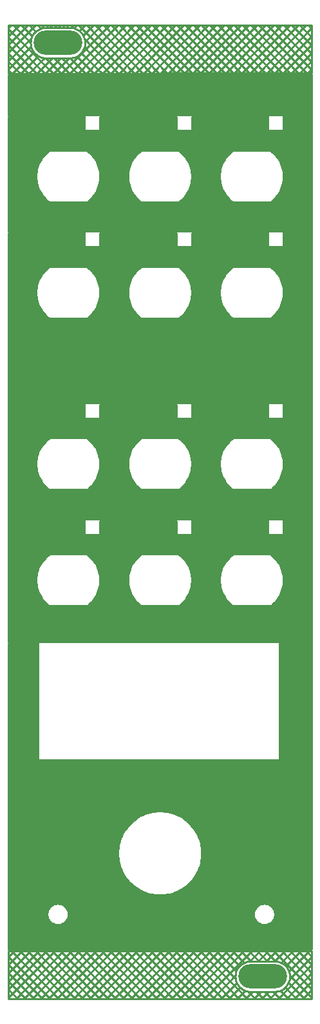
<source format=gbl>
G04 Layer: BottomLayer*
G04 EasyEDA v6.5.34, 2023-10-02 19:34:43*
G04 64a6683610fa45038fb05069313a4abf,5a6b42c53f6a479593ecc07194224c93,10*
G04 Gerber Generator version 0.2*
G04 Scale: 100 percent, Rotated: No, Reflected: No *
G04 Dimensions in millimeters *
G04 leading zeros omitted , absolute positions ,4 integer and 5 decimal *
%FSLAX45Y45*%
%MOMM*%

%ADD10C,0.2540*%
%ADD11O,6.4000126X3.1999936*%

%LPD*%
G36*
X36068Y673100D02*
G01*
X32156Y673862D01*
X28905Y676097D01*
X26670Y679348D01*
X25908Y683260D01*
X25908Y4688840D01*
X26670Y4692751D01*
X28905Y4696002D01*
X32156Y4698238D01*
X36068Y4699000D01*
X32156Y4699762D01*
X28905Y4701997D01*
X26670Y4705248D01*
X25908Y4709160D01*
X25908Y6301740D01*
X26670Y6305651D01*
X28905Y6308902D01*
X32156Y6311138D01*
X36068Y6311900D01*
X32156Y6312662D01*
X28905Y6314897D01*
X26670Y6318148D01*
X25908Y6322060D01*
X25908Y7825740D01*
X26670Y7829651D01*
X28905Y7832902D01*
X32156Y7835138D01*
X36068Y7835900D01*
X32156Y7836662D01*
X28905Y7838897D01*
X26670Y7842148D01*
X25908Y7846059D01*
X25908Y10073640D01*
X26670Y10077551D01*
X28905Y10080802D01*
X32156Y10083038D01*
X36068Y10083800D01*
X32156Y10084562D01*
X28905Y10086797D01*
X26670Y10090048D01*
X25908Y10093960D01*
X25908Y11597640D01*
X26670Y11601551D01*
X28905Y11604802D01*
X32156Y11607038D01*
X36068Y11607800D01*
X32156Y11608562D01*
X28905Y11610797D01*
X26670Y11614048D01*
X25908Y11617960D01*
X25908Y12143841D01*
X26670Y12147753D01*
X28854Y12151004D01*
X32156Y12153239D01*
X36017Y12154001D01*
X4027881Y12166498D01*
X4031792Y12165736D01*
X4035094Y12163501D01*
X4037329Y12160199D01*
X4038092Y12156338D01*
X4038092Y683260D01*
X4037329Y679348D01*
X4035094Y676097D01*
X4031843Y673862D01*
X4027932Y673100D01*
G37*

%LPC*%
G36*
X2261616Y11430000D02*
G01*
X2437384Y11430000D01*
X2438400Y11431016D01*
X2438400Y11597640D01*
X2439162Y11601551D01*
X2441397Y11604802D01*
X2444648Y11607038D01*
X2448560Y11607800D01*
X2250440Y11607800D01*
X2254351Y11607038D01*
X2257602Y11604802D01*
X2259838Y11601551D01*
X2260600Y11597640D01*
X2260600Y11431016D01*
G37*
G36*
X688594Y1017117D02*
G01*
X703783Y1018032D01*
X718718Y1020775D01*
X733247Y1025296D01*
X747115Y1031544D01*
X760120Y1039418D01*
X772058Y1048766D01*
X782828Y1059535D01*
X792175Y1071473D01*
X800049Y1084478D01*
X806297Y1098346D01*
X810818Y1112875D01*
X813562Y1127810D01*
X814476Y1143000D01*
X813562Y1158189D01*
X810818Y1173124D01*
X806297Y1187653D01*
X800049Y1201521D01*
X792175Y1214526D01*
X782828Y1226464D01*
X772058Y1237234D01*
X760120Y1246581D01*
X747115Y1254455D01*
X733247Y1260703D01*
X718718Y1265224D01*
X703783Y1267968D01*
X688594Y1268882D01*
X673404Y1267968D01*
X658469Y1265224D01*
X643940Y1260703D01*
X630072Y1254455D01*
X617067Y1246581D01*
X605129Y1237234D01*
X594360Y1226464D01*
X585012Y1214526D01*
X577138Y1201521D01*
X570890Y1187653D01*
X566369Y1173124D01*
X563626Y1158189D01*
X562711Y1143000D01*
X563626Y1127810D01*
X566369Y1112875D01*
X570890Y1098346D01*
X577138Y1084478D01*
X585012Y1071473D01*
X594360Y1059535D01*
X605129Y1048766D01*
X617067Y1039418D01*
X630072Y1031544D01*
X643940Y1025296D01*
X658469Y1020775D01*
X673404Y1018032D01*
G37*
G36*
X2032000Y1404518D02*
G01*
X2064512Y1405483D01*
X2096922Y1408430D01*
X2129078Y1413306D01*
X2160879Y1420164D01*
X2192223Y1428902D01*
X2223008Y1439519D01*
X2253030Y1451965D01*
X2282291Y1466189D01*
X2310638Y1482191D01*
X2337968Y1499819D01*
X2364181Y1519123D01*
X2389174Y1539951D01*
X2412847Y1562252D01*
X2435148Y1585925D01*
X2455976Y1610918D01*
X2475280Y1637131D01*
X2492908Y1664462D01*
X2508910Y1692808D01*
X2523134Y1722069D01*
X2535580Y1752092D01*
X2546197Y1782876D01*
X2554935Y1814220D01*
X2561793Y1846021D01*
X2566670Y1878177D01*
X2569616Y1910588D01*
X2570581Y1943100D01*
X2569616Y1975612D01*
X2566670Y2008022D01*
X2561793Y2040178D01*
X2554935Y2071979D01*
X2546197Y2103323D01*
X2535580Y2134108D01*
X2523134Y2164130D01*
X2508910Y2193391D01*
X2492908Y2221738D01*
X2475280Y2249068D01*
X2455976Y2275281D01*
X2435148Y2300274D01*
X2412847Y2323947D01*
X2389174Y2346248D01*
X2364181Y2367076D01*
X2337968Y2386380D01*
X2310638Y2404008D01*
X2282291Y2420010D01*
X2253030Y2434234D01*
X2223008Y2446680D01*
X2192223Y2457297D01*
X2160879Y2466035D01*
X2129078Y2472893D01*
X2096922Y2477770D01*
X2064512Y2480716D01*
X2032000Y2481681D01*
X1999488Y2480716D01*
X1967077Y2477770D01*
X1934921Y2472893D01*
X1903120Y2466035D01*
X1871776Y2457297D01*
X1840992Y2446680D01*
X1810969Y2434234D01*
X1781708Y2420010D01*
X1753362Y2404008D01*
X1726031Y2386380D01*
X1699818Y2367076D01*
X1674825Y2346248D01*
X1651152Y2323947D01*
X1628851Y2300274D01*
X1608023Y2275281D01*
X1588719Y2249068D01*
X1571091Y2221738D01*
X1555089Y2193391D01*
X1540865Y2164130D01*
X1528419Y2134108D01*
X1517802Y2103323D01*
X1509064Y2071979D01*
X1502206Y2040178D01*
X1497330Y2008022D01*
X1494383Y1975612D01*
X1493418Y1943100D01*
X1494383Y1910588D01*
X1497330Y1878177D01*
X1502206Y1846021D01*
X1509064Y1814220D01*
X1517802Y1782876D01*
X1528419Y1752092D01*
X1540865Y1722069D01*
X1555089Y1692808D01*
X1571091Y1664462D01*
X1588719Y1637131D01*
X1608023Y1610918D01*
X1628851Y1585925D01*
X1651152Y1562252D01*
X1674825Y1539951D01*
X1699818Y1519123D01*
X1726031Y1499819D01*
X1753362Y1482191D01*
X1781708Y1466189D01*
X1810969Y1451965D01*
X1840992Y1439519D01*
X1871776Y1428902D01*
X1903120Y1420164D01*
X1934921Y1413306D01*
X1967077Y1408430D01*
X1999488Y1405483D01*
G37*
G36*
X445516Y3175000D02*
G01*
X3593084Y3175000D01*
X3594100Y3176016D01*
X3594100Y4697984D01*
X3593084Y4699000D01*
X434340Y4699000D01*
X438251Y4698238D01*
X441502Y4696002D01*
X443738Y4692751D01*
X444500Y4688840D01*
X444500Y3176016D01*
X444652Y3175152D01*
G37*
G36*
X591566Y5198567D02*
G01*
X1059434Y5198567D01*
X1065733Y5199329D01*
X1071219Y5201208D01*
X1076045Y5204256D01*
X1081938Y5210200D01*
X1097229Y5223052D01*
X1117600Y5242763D01*
X1136548Y5263794D01*
X1153922Y5286146D01*
X1169771Y5309616D01*
X1183894Y5334152D01*
X1196289Y5359603D01*
X1206906Y5385866D01*
X1215644Y5412841D01*
X1222451Y5440324D01*
X1227378Y5468213D01*
X1230325Y5496356D01*
X1231290Y5524652D01*
X1230325Y5552948D01*
X1227328Y5581142D01*
X1222400Y5609031D01*
X1215542Y5636514D01*
X1206804Y5663438D01*
X1196187Y5689650D01*
X1183741Y5715101D01*
X1169568Y5739638D01*
X1153769Y5763107D01*
X1136294Y5785459D01*
X1117346Y5806490D01*
X1096975Y5826150D01*
X1081176Y5839460D01*
X1076045Y5844743D01*
X1071219Y5847791D01*
X1065733Y5849670D01*
X1059434Y5850382D01*
X591566Y5850382D01*
X585266Y5849670D01*
X579780Y5847791D01*
X574903Y5844692D01*
X569315Y5839155D01*
X553821Y5826150D01*
X533450Y5806490D01*
X514502Y5785459D01*
X497027Y5763107D01*
X481228Y5739638D01*
X467055Y5715101D01*
X454609Y5689650D01*
X443992Y5663438D01*
X435254Y5636514D01*
X428396Y5609031D01*
X423468Y5581142D01*
X420522Y5552948D01*
X419506Y5524652D01*
X420471Y5496356D01*
X423418Y5468213D01*
X428345Y5440324D01*
X435152Y5412841D01*
X443890Y5385866D01*
X454507Y5359603D01*
X466902Y5334152D01*
X481025Y5309616D01*
X496874Y5286146D01*
X514299Y5263794D01*
X533196Y5242763D01*
X553567Y5223052D01*
X569976Y5209184D01*
X574903Y5204307D01*
X579780Y5201208D01*
X585266Y5199329D01*
G37*
G36*
X1798066Y5198567D02*
G01*
X2265934Y5198567D01*
X2272233Y5199329D01*
X2277719Y5201208D01*
X2282545Y5204256D01*
X2288438Y5210200D01*
X2303729Y5223052D01*
X2324100Y5242763D01*
X2343048Y5263794D01*
X2360422Y5286146D01*
X2376271Y5309616D01*
X2390394Y5334152D01*
X2402789Y5359603D01*
X2413406Y5385866D01*
X2422144Y5412841D01*
X2428951Y5440324D01*
X2433878Y5468213D01*
X2436825Y5496356D01*
X2437790Y5524652D01*
X2436825Y5552948D01*
X2433828Y5581142D01*
X2428900Y5609031D01*
X2422042Y5636514D01*
X2413304Y5663438D01*
X2402687Y5689650D01*
X2390241Y5715101D01*
X2376068Y5739638D01*
X2360269Y5763107D01*
X2342794Y5785459D01*
X2323846Y5806490D01*
X2303475Y5826150D01*
X2287676Y5839460D01*
X2282545Y5844743D01*
X2277719Y5847791D01*
X2272233Y5849670D01*
X2265934Y5850382D01*
X1798066Y5850382D01*
X1791766Y5849670D01*
X1786280Y5847791D01*
X1781403Y5844692D01*
X1775815Y5839155D01*
X1760321Y5826150D01*
X1739950Y5806490D01*
X1721002Y5785459D01*
X1703527Y5763107D01*
X1687728Y5739638D01*
X1673555Y5715101D01*
X1661109Y5689650D01*
X1650492Y5663438D01*
X1641754Y5636514D01*
X1634896Y5609031D01*
X1629968Y5581142D01*
X1627022Y5552948D01*
X1626006Y5524652D01*
X1626971Y5496356D01*
X1629918Y5468213D01*
X1634845Y5440324D01*
X1641652Y5412841D01*
X1650390Y5385866D01*
X1661007Y5359603D01*
X1673402Y5334152D01*
X1687525Y5309616D01*
X1703374Y5286146D01*
X1720799Y5263794D01*
X1739696Y5242763D01*
X1760067Y5223052D01*
X1776475Y5209184D01*
X1781403Y5204307D01*
X1786280Y5201208D01*
X1791766Y5199329D01*
G37*
G36*
X3004566Y5198567D02*
G01*
X3472434Y5198567D01*
X3478733Y5199329D01*
X3484219Y5201208D01*
X3489045Y5204256D01*
X3494938Y5210200D01*
X3510229Y5223052D01*
X3530600Y5242763D01*
X3549548Y5263794D01*
X3566922Y5286146D01*
X3582771Y5309616D01*
X3596894Y5334152D01*
X3609289Y5359603D01*
X3619906Y5385866D01*
X3628644Y5412841D01*
X3635451Y5440324D01*
X3640378Y5468213D01*
X3643325Y5496356D01*
X3644290Y5524652D01*
X3643325Y5552948D01*
X3640328Y5581142D01*
X3635400Y5609031D01*
X3628542Y5636514D01*
X3619804Y5663438D01*
X3609187Y5689650D01*
X3596741Y5715101D01*
X3582568Y5739638D01*
X3566769Y5763107D01*
X3549294Y5785459D01*
X3530346Y5806490D01*
X3509975Y5826150D01*
X3494176Y5839460D01*
X3489045Y5844743D01*
X3484219Y5847791D01*
X3478733Y5849670D01*
X3472434Y5850382D01*
X3004566Y5850382D01*
X2998266Y5849670D01*
X2992780Y5847791D01*
X2987903Y5844692D01*
X2982315Y5839155D01*
X2966821Y5826150D01*
X2946450Y5806490D01*
X2927502Y5785459D01*
X2910027Y5763107D01*
X2894228Y5739638D01*
X2880055Y5715101D01*
X2867609Y5689650D01*
X2856992Y5663438D01*
X2848254Y5636514D01*
X2841396Y5609031D01*
X2836468Y5581142D01*
X2833522Y5552948D01*
X2832506Y5524652D01*
X2833471Y5496356D01*
X2836418Y5468213D01*
X2841345Y5440324D01*
X2848152Y5412841D01*
X2856890Y5385866D01*
X2867507Y5359603D01*
X2879902Y5334152D01*
X2894025Y5309616D01*
X2909874Y5286146D01*
X2927299Y5263794D01*
X2946196Y5242763D01*
X2966567Y5223052D01*
X2982976Y5209184D01*
X2987903Y5204307D01*
X2992780Y5201208D01*
X2998266Y5199329D01*
G37*
G36*
X3468115Y6134100D02*
G01*
X3643884Y6134100D01*
X3644900Y6135116D01*
X3644900Y6310884D01*
X3643884Y6311900D01*
X3456940Y6311900D01*
X3460851Y6311138D01*
X3464102Y6308902D01*
X3466337Y6305651D01*
X3467100Y6301740D01*
X3467100Y6135116D01*
X3467252Y6134252D01*
G37*
G36*
X2261616Y6134100D02*
G01*
X2437384Y6134100D01*
X2438400Y6135116D01*
X2438400Y6301740D01*
X2439162Y6305651D01*
X2441397Y6308902D01*
X2444648Y6311138D01*
X2448560Y6311900D01*
X2250440Y6311900D01*
X2254351Y6311138D01*
X2257602Y6308902D01*
X2259838Y6305651D01*
X2260600Y6301740D01*
X2260600Y6135116D01*
G37*
G36*
X1055116Y6134100D02*
G01*
X1230884Y6134100D01*
X1231900Y6135116D01*
X1231900Y6301740D01*
X1232662Y6305651D01*
X1234897Y6308902D01*
X1238148Y6311138D01*
X1242060Y6311900D01*
X1043940Y6311900D01*
X1047851Y6311138D01*
X1051102Y6308902D01*
X1053338Y6305651D01*
X1054100Y6301740D01*
X1054100Y6135116D01*
X1054252Y6134252D01*
G37*
G36*
X591566Y6722567D02*
G01*
X1059434Y6722567D01*
X1065733Y6723329D01*
X1071219Y6725208D01*
X1076045Y6728256D01*
X1081938Y6734200D01*
X1097229Y6747052D01*
X1117600Y6766763D01*
X1136548Y6787794D01*
X1153922Y6810146D01*
X1169771Y6833616D01*
X1183894Y6858152D01*
X1196289Y6883603D01*
X1206906Y6909866D01*
X1215644Y6936841D01*
X1222451Y6964324D01*
X1227378Y6992213D01*
X1230325Y7020356D01*
X1231290Y7048652D01*
X1230325Y7076948D01*
X1227328Y7105142D01*
X1222400Y7133031D01*
X1215542Y7160514D01*
X1206804Y7187438D01*
X1196187Y7213650D01*
X1183741Y7239101D01*
X1169568Y7263638D01*
X1153769Y7287107D01*
X1136294Y7309459D01*
X1117346Y7330490D01*
X1096975Y7350150D01*
X1081176Y7363459D01*
X1076045Y7368743D01*
X1071219Y7371791D01*
X1065733Y7373670D01*
X1059434Y7374381D01*
X591566Y7374381D01*
X585266Y7373670D01*
X579780Y7371791D01*
X574903Y7368692D01*
X569315Y7363155D01*
X553821Y7350150D01*
X533450Y7330490D01*
X514502Y7309459D01*
X497027Y7287107D01*
X481228Y7263638D01*
X467055Y7239101D01*
X454609Y7213650D01*
X443992Y7187438D01*
X435254Y7160514D01*
X428396Y7133031D01*
X423468Y7105142D01*
X420522Y7076948D01*
X419506Y7048652D01*
X420471Y7020356D01*
X423418Y6992213D01*
X428345Y6964324D01*
X435152Y6936841D01*
X443890Y6909866D01*
X454507Y6883603D01*
X466902Y6858152D01*
X481025Y6833616D01*
X496874Y6810146D01*
X514299Y6787794D01*
X533196Y6766763D01*
X553567Y6747052D01*
X569976Y6733184D01*
X574903Y6728307D01*
X579780Y6725208D01*
X585266Y6723329D01*
G37*
G36*
X3004566Y6722567D02*
G01*
X3472434Y6722567D01*
X3478733Y6723329D01*
X3484219Y6725208D01*
X3489045Y6728256D01*
X3494938Y6734200D01*
X3510229Y6747052D01*
X3530600Y6766763D01*
X3549548Y6787794D01*
X3566922Y6810146D01*
X3582771Y6833616D01*
X3596894Y6858152D01*
X3609289Y6883603D01*
X3619906Y6909866D01*
X3628644Y6936841D01*
X3635451Y6964324D01*
X3640378Y6992213D01*
X3643325Y7020356D01*
X3644290Y7048652D01*
X3643325Y7076948D01*
X3640328Y7105142D01*
X3635400Y7133031D01*
X3628542Y7160514D01*
X3619804Y7187438D01*
X3609187Y7213650D01*
X3596741Y7239101D01*
X3582568Y7263638D01*
X3566769Y7287107D01*
X3549294Y7309459D01*
X3530346Y7330490D01*
X3509975Y7350150D01*
X3494176Y7363459D01*
X3489045Y7368743D01*
X3484219Y7371791D01*
X3478733Y7373670D01*
X3472434Y7374381D01*
X3004566Y7374381D01*
X2998266Y7373670D01*
X2992780Y7371791D01*
X2987903Y7368692D01*
X2982315Y7363155D01*
X2966821Y7350150D01*
X2946450Y7330490D01*
X2927502Y7309459D01*
X2910027Y7287107D01*
X2894228Y7263638D01*
X2880055Y7239101D01*
X2867609Y7213650D01*
X2856992Y7187438D01*
X2848254Y7160514D01*
X2841396Y7133031D01*
X2836468Y7105142D01*
X2833522Y7076948D01*
X2832506Y7048652D01*
X2833471Y7020356D01*
X2836418Y6992213D01*
X2841345Y6964324D01*
X2848152Y6936841D01*
X2856890Y6909866D01*
X2867507Y6883603D01*
X2879902Y6858152D01*
X2894025Y6833616D01*
X2909874Y6810146D01*
X2927299Y6787794D01*
X2946196Y6766763D01*
X2966567Y6747052D01*
X2982976Y6733184D01*
X2987903Y6728307D01*
X2992780Y6725208D01*
X2998266Y6723329D01*
G37*
G36*
X1798066Y6722567D02*
G01*
X2265934Y6722567D01*
X2272233Y6723329D01*
X2277719Y6725208D01*
X2282545Y6728256D01*
X2288438Y6734200D01*
X2303729Y6747052D01*
X2324100Y6766763D01*
X2343048Y6787794D01*
X2360422Y6810146D01*
X2376271Y6833616D01*
X2390394Y6858152D01*
X2402789Y6883603D01*
X2413406Y6909866D01*
X2422144Y6936841D01*
X2428951Y6964324D01*
X2433878Y6992213D01*
X2436825Y7020356D01*
X2437790Y7048652D01*
X2436825Y7076948D01*
X2433828Y7105142D01*
X2428900Y7133031D01*
X2422042Y7160514D01*
X2413304Y7187438D01*
X2402687Y7213650D01*
X2390241Y7239101D01*
X2376068Y7263638D01*
X2360269Y7287107D01*
X2342794Y7309459D01*
X2323846Y7330490D01*
X2303475Y7350150D01*
X2287676Y7363459D01*
X2282545Y7368743D01*
X2277719Y7371791D01*
X2272233Y7373670D01*
X2265934Y7374381D01*
X1798066Y7374381D01*
X1791766Y7373670D01*
X1786280Y7371791D01*
X1781403Y7368692D01*
X1775815Y7363155D01*
X1760321Y7350150D01*
X1739950Y7330490D01*
X1721002Y7309459D01*
X1703527Y7287107D01*
X1687728Y7263638D01*
X1673555Y7239101D01*
X1661109Y7213650D01*
X1650492Y7187438D01*
X1641754Y7160514D01*
X1634896Y7133031D01*
X1629968Y7105142D01*
X1627022Y7076948D01*
X1626006Y7048652D01*
X1626971Y7020356D01*
X1629918Y6992213D01*
X1634845Y6964324D01*
X1641652Y6936841D01*
X1650390Y6909866D01*
X1661007Y6883603D01*
X1673402Y6858152D01*
X1687525Y6833616D01*
X1703374Y6810146D01*
X1720799Y6787794D01*
X1739696Y6766763D01*
X1760067Y6747052D01*
X1776475Y6733184D01*
X1781403Y6728307D01*
X1786280Y6725208D01*
X1791766Y6723329D01*
G37*
G36*
X3403600Y1017117D02*
G01*
X3418789Y1018032D01*
X3433724Y1020775D01*
X3448253Y1025296D01*
X3462121Y1031544D01*
X3475126Y1039418D01*
X3487064Y1048766D01*
X3497834Y1059535D01*
X3507181Y1071473D01*
X3515055Y1084478D01*
X3521303Y1098346D01*
X3525824Y1112875D01*
X3528568Y1127810D01*
X3529482Y1143000D01*
X3528568Y1158189D01*
X3525824Y1173124D01*
X3521303Y1187653D01*
X3515055Y1201521D01*
X3507181Y1214526D01*
X3497834Y1226464D01*
X3487064Y1237234D01*
X3475126Y1246581D01*
X3462121Y1254455D01*
X3448253Y1260703D01*
X3433724Y1265224D01*
X3418789Y1267968D01*
X3403600Y1268882D01*
X3388410Y1267968D01*
X3373475Y1265224D01*
X3358946Y1260703D01*
X3345078Y1254455D01*
X3332073Y1246581D01*
X3320135Y1237234D01*
X3309365Y1226464D01*
X3300018Y1214526D01*
X3292144Y1201521D01*
X3285896Y1187653D01*
X3281375Y1173124D01*
X3278632Y1158189D01*
X3277717Y1143000D01*
X3278632Y1127810D01*
X3281375Y1112875D01*
X3285896Y1098346D01*
X3292144Y1084478D01*
X3300018Y1071473D01*
X3309365Y1059535D01*
X3320135Y1048766D01*
X3332073Y1039418D01*
X3345078Y1031544D01*
X3358946Y1025296D01*
X3373475Y1020775D01*
X3388410Y1018032D01*
G37*
G36*
X2261616Y7658100D02*
G01*
X2437384Y7658100D01*
X2438400Y7659116D01*
X2438400Y7825740D01*
X2439162Y7829651D01*
X2441397Y7832902D01*
X2444648Y7835138D01*
X2448560Y7835900D01*
X2250440Y7835900D01*
X2254351Y7835138D01*
X2257602Y7832902D01*
X2259838Y7829651D01*
X2260600Y7825740D01*
X2260600Y7659116D01*
G37*
G36*
X1055116Y7658100D02*
G01*
X1230884Y7658100D01*
X1231900Y7659116D01*
X1231900Y7825740D01*
X1232662Y7829651D01*
X1234897Y7832902D01*
X1238148Y7835138D01*
X1242060Y7835900D01*
X1043940Y7835900D01*
X1047851Y7835138D01*
X1051102Y7832902D01*
X1053338Y7829651D01*
X1054100Y7825740D01*
X1054100Y7659116D01*
X1054252Y7658252D01*
G37*
G36*
X591566Y8970467D02*
G01*
X1059434Y8970467D01*
X1065733Y8971229D01*
X1071219Y8973108D01*
X1076045Y8976156D01*
X1081938Y8982100D01*
X1097229Y8994952D01*
X1117600Y9014663D01*
X1136548Y9035694D01*
X1153922Y9058046D01*
X1169771Y9081516D01*
X1183894Y9106052D01*
X1196289Y9131503D01*
X1206906Y9157766D01*
X1215644Y9184741D01*
X1222451Y9212224D01*
X1227378Y9240113D01*
X1230325Y9268256D01*
X1231290Y9296552D01*
X1230325Y9324848D01*
X1227328Y9353042D01*
X1222400Y9380931D01*
X1215542Y9408414D01*
X1206804Y9435338D01*
X1196187Y9461550D01*
X1183741Y9487001D01*
X1169568Y9511538D01*
X1153769Y9535007D01*
X1136294Y9557359D01*
X1117346Y9578390D01*
X1096975Y9598050D01*
X1081176Y9611360D01*
X1076045Y9616643D01*
X1071219Y9619691D01*
X1065733Y9621570D01*
X1059434Y9622282D01*
X591566Y9622282D01*
X585266Y9621570D01*
X579780Y9619691D01*
X574903Y9616592D01*
X569315Y9611055D01*
X553821Y9598050D01*
X533450Y9578390D01*
X514502Y9557359D01*
X497027Y9535007D01*
X481228Y9511538D01*
X467055Y9487001D01*
X454609Y9461550D01*
X443992Y9435338D01*
X435254Y9408414D01*
X428396Y9380931D01*
X423468Y9353042D01*
X420522Y9324848D01*
X419506Y9296552D01*
X420471Y9268256D01*
X423418Y9240113D01*
X428345Y9212224D01*
X435152Y9184741D01*
X443890Y9157766D01*
X454507Y9131503D01*
X466902Y9106052D01*
X481025Y9081516D01*
X496874Y9058046D01*
X514299Y9035694D01*
X533196Y9014663D01*
X553567Y8994952D01*
X569976Y8981084D01*
X574903Y8976207D01*
X579780Y8973108D01*
X585266Y8971229D01*
G37*
G36*
X1798066Y8970467D02*
G01*
X2265934Y8970467D01*
X2272233Y8971229D01*
X2277719Y8973108D01*
X2282545Y8976156D01*
X2288438Y8982100D01*
X2303729Y8994952D01*
X2324100Y9014663D01*
X2343048Y9035694D01*
X2360422Y9058046D01*
X2376271Y9081516D01*
X2390394Y9106052D01*
X2402789Y9131503D01*
X2413406Y9157766D01*
X2422144Y9184741D01*
X2428951Y9212224D01*
X2433878Y9240113D01*
X2436825Y9268256D01*
X2437790Y9296552D01*
X2436825Y9324848D01*
X2433828Y9353042D01*
X2428900Y9380931D01*
X2422042Y9408414D01*
X2413304Y9435338D01*
X2402687Y9461550D01*
X2390241Y9487001D01*
X2376068Y9511538D01*
X2360269Y9535007D01*
X2342794Y9557359D01*
X2323846Y9578390D01*
X2303475Y9598050D01*
X2287676Y9611360D01*
X2282545Y9616643D01*
X2277719Y9619691D01*
X2272233Y9621570D01*
X2265934Y9622282D01*
X1798066Y9622282D01*
X1791766Y9621570D01*
X1786280Y9619691D01*
X1781403Y9616592D01*
X1775815Y9611055D01*
X1760321Y9598050D01*
X1739950Y9578390D01*
X1721002Y9557359D01*
X1703527Y9535007D01*
X1687728Y9511538D01*
X1673555Y9487001D01*
X1661109Y9461550D01*
X1650492Y9435338D01*
X1641754Y9408414D01*
X1634896Y9380931D01*
X1629968Y9353042D01*
X1627022Y9324848D01*
X1626006Y9296552D01*
X1626971Y9268256D01*
X1629918Y9240113D01*
X1634845Y9212224D01*
X1641652Y9184741D01*
X1650390Y9157766D01*
X1661007Y9131503D01*
X1673402Y9106052D01*
X1687525Y9081516D01*
X1703374Y9058046D01*
X1720799Y9035694D01*
X1739696Y9014663D01*
X1760067Y8994952D01*
X1776475Y8981084D01*
X1781403Y8976207D01*
X1786280Y8973108D01*
X1791766Y8971229D01*
G37*
G36*
X3004566Y8970467D02*
G01*
X3472434Y8970467D01*
X3478733Y8971229D01*
X3484219Y8973108D01*
X3489045Y8976156D01*
X3494938Y8982100D01*
X3510229Y8994952D01*
X3530600Y9014663D01*
X3549548Y9035694D01*
X3566922Y9058046D01*
X3582771Y9081516D01*
X3596894Y9106052D01*
X3609289Y9131503D01*
X3619906Y9157766D01*
X3628644Y9184741D01*
X3635451Y9212224D01*
X3640378Y9240113D01*
X3643325Y9268256D01*
X3644290Y9296552D01*
X3643325Y9324848D01*
X3640328Y9353042D01*
X3635400Y9380931D01*
X3628542Y9408414D01*
X3619804Y9435338D01*
X3609187Y9461550D01*
X3596741Y9487001D01*
X3582568Y9511538D01*
X3566769Y9535007D01*
X3549294Y9557359D01*
X3530346Y9578390D01*
X3509975Y9598050D01*
X3494176Y9611360D01*
X3489045Y9616643D01*
X3484219Y9619691D01*
X3478733Y9621570D01*
X3472434Y9622282D01*
X3004566Y9622282D01*
X2998266Y9621570D01*
X2992780Y9619691D01*
X2987903Y9616592D01*
X2982315Y9611055D01*
X2966821Y9598050D01*
X2946450Y9578390D01*
X2927502Y9557359D01*
X2910027Y9535007D01*
X2894228Y9511538D01*
X2880055Y9487001D01*
X2867609Y9461550D01*
X2856992Y9435338D01*
X2848254Y9408414D01*
X2841396Y9380931D01*
X2836468Y9353042D01*
X2833522Y9324848D01*
X2832506Y9296552D01*
X2833471Y9268256D01*
X2836418Y9240113D01*
X2841345Y9212224D01*
X2848152Y9184741D01*
X2856890Y9157766D01*
X2867507Y9131503D01*
X2879902Y9106052D01*
X2894025Y9081516D01*
X2909874Y9058046D01*
X2927299Y9035694D01*
X2946196Y9014663D01*
X2966567Y8994952D01*
X2982976Y8981084D01*
X2987903Y8976207D01*
X2992780Y8973108D01*
X2998266Y8971229D01*
G37*
G36*
X3468115Y9906000D02*
G01*
X3643884Y9906000D01*
X3644900Y9907016D01*
X3644900Y10082784D01*
X3643884Y10083800D01*
X3456940Y10083800D01*
X3460851Y10083038D01*
X3464102Y10080802D01*
X3466337Y10077551D01*
X3467100Y10073640D01*
X3467100Y9907016D01*
G37*
G36*
X2261616Y9906000D02*
G01*
X2437384Y9906000D01*
X2438400Y9907016D01*
X2438400Y10073640D01*
X2439162Y10077551D01*
X2441397Y10080802D01*
X2444648Y10083038D01*
X2448560Y10083800D01*
X2250440Y10083800D01*
X2254351Y10083038D01*
X2257602Y10080802D01*
X2259838Y10077551D01*
X2260600Y10073640D01*
X2260600Y9907016D01*
X2260752Y9906152D01*
G37*
G36*
X1055116Y9906000D02*
G01*
X1230884Y9906000D01*
X1231900Y9907016D01*
X1231900Y10073640D01*
X1232662Y10077551D01*
X1234897Y10080802D01*
X1238148Y10083038D01*
X1242060Y10083800D01*
X1043940Y10083800D01*
X1047851Y10083038D01*
X1051102Y10080802D01*
X1053338Y10077551D01*
X1054100Y10073640D01*
X1054100Y9907016D01*
X1054252Y9906152D01*
G37*
G36*
X591566Y10494467D02*
G01*
X1059434Y10494467D01*
X1065733Y10495229D01*
X1071219Y10497108D01*
X1076045Y10500156D01*
X1081938Y10506100D01*
X1097229Y10518952D01*
X1117600Y10538663D01*
X1136548Y10559694D01*
X1153922Y10582046D01*
X1169771Y10605516D01*
X1183894Y10630052D01*
X1196289Y10655503D01*
X1206906Y10681766D01*
X1215644Y10708741D01*
X1222451Y10736224D01*
X1227378Y10764113D01*
X1230325Y10792256D01*
X1231290Y10820552D01*
X1230325Y10848848D01*
X1227328Y10877042D01*
X1222400Y10904931D01*
X1215542Y10932414D01*
X1206804Y10959338D01*
X1196187Y10985550D01*
X1183741Y11011001D01*
X1169568Y11035538D01*
X1153769Y11059007D01*
X1136294Y11081359D01*
X1117346Y11102390D01*
X1096975Y11122050D01*
X1081176Y11135360D01*
X1076045Y11140643D01*
X1071219Y11143691D01*
X1065733Y11145570D01*
X1059434Y11146282D01*
X591566Y11146282D01*
X585266Y11145570D01*
X579780Y11143691D01*
X574903Y11140592D01*
X569315Y11135055D01*
X553821Y11122050D01*
X533450Y11102390D01*
X514502Y11081359D01*
X497027Y11059007D01*
X481228Y11035538D01*
X467055Y11011001D01*
X454609Y10985550D01*
X443992Y10959338D01*
X435254Y10932414D01*
X428396Y10904931D01*
X423468Y10877042D01*
X420522Y10848848D01*
X419506Y10820552D01*
X420471Y10792256D01*
X423418Y10764113D01*
X428345Y10736224D01*
X435152Y10708741D01*
X443890Y10681766D01*
X454507Y10655503D01*
X466902Y10630052D01*
X481025Y10605516D01*
X496874Y10582046D01*
X514299Y10559694D01*
X533196Y10538663D01*
X553567Y10518952D01*
X569976Y10505084D01*
X574903Y10500207D01*
X579780Y10497108D01*
X585266Y10495229D01*
G37*
G36*
X3004566Y10494467D02*
G01*
X3472434Y10494467D01*
X3478733Y10495229D01*
X3484219Y10497108D01*
X3489045Y10500156D01*
X3494938Y10506100D01*
X3510229Y10518952D01*
X3530600Y10538663D01*
X3549548Y10559694D01*
X3566922Y10582046D01*
X3582771Y10605516D01*
X3596894Y10630052D01*
X3609289Y10655503D01*
X3619906Y10681766D01*
X3628644Y10708741D01*
X3635451Y10736224D01*
X3640378Y10764113D01*
X3643325Y10792256D01*
X3644290Y10820552D01*
X3643325Y10848848D01*
X3640328Y10877042D01*
X3635400Y10904931D01*
X3628542Y10932414D01*
X3619804Y10959338D01*
X3609187Y10985550D01*
X3596741Y11011001D01*
X3582568Y11035538D01*
X3566769Y11059007D01*
X3549294Y11081359D01*
X3530346Y11102390D01*
X3509975Y11122050D01*
X3494176Y11135360D01*
X3489045Y11140643D01*
X3484219Y11143691D01*
X3478733Y11145570D01*
X3472434Y11146282D01*
X3004566Y11146282D01*
X2998266Y11145570D01*
X2992780Y11143691D01*
X2987903Y11140592D01*
X2982315Y11135055D01*
X2966821Y11122050D01*
X2946450Y11102390D01*
X2927502Y11081359D01*
X2910027Y11059007D01*
X2894228Y11035538D01*
X2880055Y11011001D01*
X2867609Y10985550D01*
X2856992Y10959338D01*
X2848254Y10932414D01*
X2841396Y10904931D01*
X2836468Y10877042D01*
X2833522Y10848848D01*
X2832506Y10820552D01*
X2833471Y10792256D01*
X2836418Y10764113D01*
X2841345Y10736224D01*
X2848152Y10708741D01*
X2856890Y10681766D01*
X2867507Y10655503D01*
X2879902Y10630052D01*
X2894025Y10605516D01*
X2909874Y10582046D01*
X2927299Y10559694D01*
X2946196Y10538663D01*
X2966567Y10518952D01*
X2982976Y10505084D01*
X2987903Y10500207D01*
X2992780Y10497108D01*
X2998266Y10495229D01*
G37*
G36*
X1798066Y10494467D02*
G01*
X2265934Y10494467D01*
X2272233Y10495229D01*
X2277719Y10497108D01*
X2282545Y10500156D01*
X2288438Y10506100D01*
X2303729Y10518952D01*
X2324100Y10538663D01*
X2343048Y10559694D01*
X2360422Y10582046D01*
X2376271Y10605516D01*
X2390394Y10630052D01*
X2402789Y10655503D01*
X2413406Y10681766D01*
X2422144Y10708741D01*
X2428951Y10736224D01*
X2433878Y10764113D01*
X2436825Y10792256D01*
X2437790Y10820552D01*
X2436825Y10848848D01*
X2433828Y10877042D01*
X2428900Y10904931D01*
X2422042Y10932414D01*
X2413304Y10959338D01*
X2402687Y10985550D01*
X2390241Y11011001D01*
X2376068Y11035538D01*
X2360269Y11059007D01*
X2342794Y11081359D01*
X2323846Y11102390D01*
X2303475Y11122050D01*
X2287676Y11135360D01*
X2282545Y11140643D01*
X2277719Y11143691D01*
X2272233Y11145570D01*
X2265934Y11146282D01*
X1798066Y11146282D01*
X1791766Y11145570D01*
X1786280Y11143691D01*
X1781403Y11140592D01*
X1775815Y11135055D01*
X1760321Y11122050D01*
X1739950Y11102390D01*
X1721002Y11081359D01*
X1703527Y11059007D01*
X1687728Y11035538D01*
X1673555Y11011001D01*
X1661109Y10985550D01*
X1650492Y10959338D01*
X1641754Y10932414D01*
X1634896Y10904931D01*
X1629968Y10877042D01*
X1627022Y10848848D01*
X1626006Y10820552D01*
X1626971Y10792256D01*
X1629918Y10764113D01*
X1634845Y10736224D01*
X1641652Y10708741D01*
X1650390Y10681766D01*
X1661007Y10655503D01*
X1673402Y10630052D01*
X1687525Y10605516D01*
X1703374Y10582046D01*
X1720799Y10559694D01*
X1739696Y10538663D01*
X1760067Y10518952D01*
X1776475Y10505084D01*
X1781403Y10500207D01*
X1786280Y10497108D01*
X1791766Y10495229D01*
G37*
G36*
X3468115Y11430000D02*
G01*
X3643884Y11430000D01*
X3644900Y11431016D01*
X3644900Y11606784D01*
X3643884Y11607800D01*
X3456940Y11607800D01*
X3460851Y11607038D01*
X3464102Y11604802D01*
X3466337Y11601551D01*
X3467100Y11597640D01*
X3467100Y11431016D01*
X3467252Y11430152D01*
G37*
G36*
X1055116Y11430000D02*
G01*
X1230884Y11430000D01*
X1231900Y11431016D01*
X1231900Y11597640D01*
X1232662Y11601551D01*
X1234897Y11604802D01*
X1238148Y11607038D01*
X1242060Y11607800D01*
X1043940Y11607800D01*
X1047851Y11607038D01*
X1051102Y11604802D01*
X1053338Y11601551D01*
X1054100Y11597640D01*
X1054100Y11431016D01*
G37*
G36*
X3468115Y7658100D02*
G01*
X3643884Y7658100D01*
X3644900Y7659116D01*
X3644900Y7834884D01*
X3643884Y7835900D01*
X3456940Y7835900D01*
X3460851Y7835138D01*
X3464102Y7832902D01*
X3466337Y7829651D01*
X3467100Y7825740D01*
X3467100Y7659116D01*
X3467252Y7658252D01*
G37*

%LPD*%
D10*
X3962400Y655393D02*
G01*
X3962400Y718893D01*
X4000500Y12128500D02*
G01*
X4000500Y12192000D01*
X4025138Y12179432D02*
G01*
X38862Y12166975D01*
X38862Y12166975D02*
G01*
X38862Y12800837D01*
X38862Y12800837D02*
G01*
X4025138Y12800837D01*
X4025138Y12800837D02*
G01*
X4025138Y12179432D01*
X372076Y12446843D02*
G01*
X385182Y12432383D01*
X385182Y12432383D02*
G01*
X399642Y12419277D01*
X399642Y12419277D02*
G01*
X415317Y12407652D01*
X415317Y12407652D02*
G01*
X432056Y12397619D01*
X432056Y12397619D02*
G01*
X449697Y12389275D01*
X449697Y12389275D02*
G01*
X468072Y12382701D01*
X468072Y12382701D02*
G01*
X487003Y12377959D01*
X487003Y12377959D02*
G01*
X506307Y12375095D01*
X506307Y12375095D02*
G01*
X525799Y12374138D01*
X525799Y12374138D02*
G01*
X845800Y12374138D01*
X845800Y12374138D02*
G01*
X865292Y12375095D01*
X865292Y12375095D02*
G01*
X884596Y12377959D01*
X884596Y12377959D02*
G01*
X903527Y12382701D01*
X903527Y12382701D02*
G01*
X921902Y12389275D01*
X921902Y12389275D02*
G01*
X939543Y12397619D01*
X939543Y12397619D02*
G01*
X956282Y12407652D01*
X956282Y12407652D02*
G01*
X971957Y12419277D01*
X971957Y12419277D02*
G01*
X986417Y12432383D01*
X986417Y12432383D02*
G01*
X999523Y12446843D01*
X999523Y12446843D02*
G01*
X1011148Y12462518D01*
X1011148Y12462518D02*
G01*
X1021181Y12479257D01*
X1021181Y12479257D02*
G01*
X1029525Y12496898D01*
X1029525Y12496898D02*
G01*
X1036099Y12515273D01*
X1036099Y12515273D02*
G01*
X1040841Y12534204D01*
X1040841Y12534204D02*
G01*
X1043705Y12553508D01*
X1043705Y12553508D02*
G01*
X1044662Y12573000D01*
X1044662Y12573000D02*
G01*
X1043705Y12592491D01*
X1043705Y12592491D02*
G01*
X1040841Y12611795D01*
X1040841Y12611795D02*
G01*
X1036099Y12630726D01*
X1036099Y12630726D02*
G01*
X1029525Y12649101D01*
X1029525Y12649101D02*
G01*
X1021181Y12666742D01*
X1021181Y12666742D02*
G01*
X1011148Y12683481D01*
X1011148Y12683481D02*
G01*
X999523Y12699156D01*
X999523Y12699156D02*
G01*
X986417Y12713616D01*
X986417Y12713616D02*
G01*
X971957Y12726722D01*
X971957Y12726722D02*
G01*
X956282Y12738347D01*
X956282Y12738347D02*
G01*
X939543Y12748380D01*
X939543Y12748380D02*
G01*
X921902Y12756724D01*
X921902Y12756724D02*
G01*
X903527Y12763298D01*
X903527Y12763298D02*
G01*
X884596Y12768040D01*
X884596Y12768040D02*
G01*
X865292Y12770904D01*
X865292Y12770904D02*
G01*
X845800Y12771861D01*
X845800Y12771861D02*
G01*
X525799Y12771861D01*
X525799Y12771861D02*
G01*
X506307Y12770904D01*
X506307Y12770904D02*
G01*
X487003Y12768040D01*
X487003Y12768040D02*
G01*
X468072Y12763298D01*
X468072Y12763298D02*
G01*
X449697Y12756724D01*
X449697Y12756724D02*
G01*
X432056Y12748380D01*
X432056Y12748380D02*
G01*
X415317Y12738347D01*
X415317Y12738347D02*
G01*
X399642Y12726722D01*
X399642Y12726722D02*
G01*
X385182Y12713616D01*
X385182Y12713616D02*
G01*
X372076Y12699156D01*
X372076Y12699156D02*
G01*
X360451Y12683481D01*
X360451Y12683481D02*
G01*
X350418Y12666742D01*
X350418Y12666742D02*
G01*
X342074Y12649101D01*
X342074Y12649101D02*
G01*
X335500Y12630726D01*
X335500Y12630726D02*
G01*
X330758Y12611795D01*
X330758Y12611795D02*
G01*
X327894Y12592491D01*
X327894Y12592491D02*
G01*
X326937Y12573000D01*
X326937Y12573000D02*
G01*
X327894Y12553508D01*
X327894Y12553508D02*
G01*
X330758Y12534204D01*
X330758Y12534204D02*
G01*
X335500Y12515273D01*
X335500Y12515273D02*
G01*
X342074Y12496898D01*
X342074Y12496898D02*
G01*
X350418Y12479257D01*
X350418Y12479257D02*
G01*
X360451Y12462518D01*
X360451Y12462518D02*
G01*
X372076Y12446843D01*
X38862Y12215467D02*
G01*
X87203Y12167126D01*
X38862Y12323230D02*
G01*
X194630Y12167462D01*
X38862Y12430993D02*
G01*
X302058Y12167798D01*
X38862Y12538756D02*
G01*
X409485Y12168133D01*
X38862Y12646520D02*
G01*
X516912Y12168469D01*
X38862Y12754283D02*
G01*
X624340Y12168805D01*
X100070Y12800837D02*
G01*
X326982Y12573925D01*
X526770Y12374138D02*
G01*
X731767Y12169140D01*
X207833Y12800837D02*
G01*
X347692Y12660978D01*
X634533Y12374138D02*
G01*
X839194Y12169476D01*
X315596Y12800837D02*
G01*
X394433Y12722000D01*
X742296Y12374138D02*
G01*
X946622Y12169812D01*
X423359Y12800837D02*
G01*
X462789Y12761408D01*
X849859Y12374337D02*
G01*
X1054049Y12170147D01*
X531122Y12800837D02*
G01*
X560098Y12771861D01*
X936011Y12395949D02*
G01*
X1161476Y12170483D01*
X638885Y12800837D02*
G01*
X667862Y12771861D01*
X996364Y12443358D02*
G01*
X1268904Y12170819D01*
X746648Y12800837D02*
G01*
X775625Y12771861D01*
X1035075Y12512411D02*
G01*
X1376331Y12171154D01*
X854411Y12800837D02*
G01*
X888082Y12767167D01*
X1039968Y12615281D02*
G01*
X1483759Y12171490D01*
X962174Y12800837D02*
G01*
X1591186Y12171826D01*
X1069937Y12800837D02*
G01*
X1698613Y12172162D01*
X1177700Y12800837D02*
G01*
X1806041Y12172497D01*
X1285464Y12800837D02*
G01*
X1913468Y12172833D01*
X1393227Y12800837D02*
G01*
X2020895Y12173169D01*
X1500990Y12800837D02*
G01*
X2128323Y12173504D01*
X1608753Y12800837D02*
G01*
X2235750Y12173840D01*
X1716516Y12800837D02*
G01*
X2343177Y12174176D01*
X1824279Y12800837D02*
G01*
X2450605Y12174512D01*
X1932042Y12800837D02*
G01*
X2558032Y12174847D01*
X2039805Y12800837D02*
G01*
X2665459Y12175183D01*
X2147568Y12800837D02*
G01*
X2772887Y12175519D01*
X2255331Y12800837D02*
G01*
X2880314Y12175854D01*
X2363094Y12800837D02*
G01*
X2987742Y12176190D01*
X2470857Y12800837D02*
G01*
X3095169Y12176526D01*
X2578620Y12800837D02*
G01*
X3202596Y12176862D01*
X2686384Y12800837D02*
G01*
X3310024Y12177197D01*
X2794147Y12800837D02*
G01*
X3417451Y12177533D01*
X2901910Y12800837D02*
G01*
X3524878Y12177869D01*
X3009673Y12800837D02*
G01*
X3632306Y12178205D01*
X3117436Y12800837D02*
G01*
X3739733Y12178540D01*
X3225199Y12800837D02*
G01*
X3847160Y12178876D01*
X3332962Y12800837D02*
G01*
X3954588Y12179212D01*
X3440725Y12800837D02*
G01*
X4025138Y12216425D01*
X3548488Y12800837D02*
G01*
X4025138Y12324188D01*
X3656251Y12800837D02*
G01*
X4025138Y12431951D01*
X3764014Y12800837D02*
G01*
X4025138Y12539714D01*
X3871777Y12800837D02*
G01*
X4025138Y12647477D01*
X3979540Y12800837D02*
G01*
X4025138Y12755240D01*
X3976249Y12179279D02*
G01*
X4025138Y12228167D01*
X3868148Y12178942D02*
G01*
X4025138Y12335930D01*
X3760048Y12178604D02*
G01*
X4025138Y12443693D01*
X3651947Y12178266D02*
G01*
X4025138Y12551456D01*
X3543846Y12177928D02*
G01*
X4025138Y12659220D01*
X3435745Y12177590D02*
G01*
X4025138Y12766983D01*
X3327644Y12177253D02*
G01*
X3951229Y12800837D01*
X3219543Y12176915D02*
G01*
X3843466Y12800837D01*
X3111442Y12176577D02*
G01*
X3735703Y12800837D01*
X3003341Y12176239D02*
G01*
X3627940Y12800837D01*
X2895241Y12175901D02*
G01*
X3520177Y12800837D01*
X2787140Y12175563D02*
G01*
X3412414Y12800837D01*
X2679039Y12175226D02*
G01*
X3304651Y12800837D01*
X2570938Y12174888D02*
G01*
X3196888Y12800837D01*
X2462837Y12174550D02*
G01*
X3089125Y12800837D01*
X2354736Y12174212D02*
G01*
X2981362Y12800837D01*
X2246635Y12173874D02*
G01*
X2873599Y12800837D01*
X2138534Y12173536D02*
G01*
X2765835Y12800837D01*
X2030434Y12173199D02*
G01*
X2658072Y12800837D01*
X1922333Y12172861D02*
G01*
X2550309Y12800837D01*
X1814232Y12172523D02*
G01*
X2442546Y12800837D01*
X1706131Y12172185D02*
G01*
X2334783Y12800837D01*
X1598030Y12171847D02*
G01*
X2227020Y12800837D01*
X1489929Y12171510D02*
G01*
X2119257Y12800837D01*
X1381828Y12171172D02*
G01*
X2011494Y12800837D01*
X1273727Y12170834D02*
G01*
X1903731Y12800837D01*
X1165626Y12170496D02*
G01*
X1795968Y12800837D01*
X1057525Y12170158D02*
G01*
X1688205Y12800837D01*
X949425Y12169820D02*
G01*
X1580442Y12800837D01*
X841324Y12169483D02*
G01*
X1472679Y12800837D01*
X733223Y12169145D02*
G01*
X1364915Y12800837D01*
X625122Y12168807D02*
G01*
X830453Y12374138D01*
X1043944Y12587629D02*
G01*
X1257152Y12800837D01*
X517021Y12168469D02*
G01*
X722690Y12374138D01*
X1018975Y12670423D02*
G01*
X1149389Y12800837D01*
X408920Y12168131D02*
G01*
X614927Y12374138D01*
X969404Y12728615D02*
G01*
X1041626Y12800837D01*
X300819Y12167794D02*
G01*
X508036Y12375010D01*
X897767Y12764741D02*
G01*
X933863Y12800837D01*
X192718Y12167456D02*
G01*
X426320Y12401057D01*
X797124Y12771861D02*
G01*
X826100Y12800837D01*
X84618Y12167118D02*
G01*
X368783Y12451283D01*
X689361Y12771861D02*
G01*
X718337Y12800837D01*
X38862Y12229125D02*
G01*
X333398Y12523662D01*
X581598Y12771861D02*
G01*
X610574Y12800837D01*
X38862Y12336888D02*
G01*
X337060Y12635087D01*
X463711Y12761738D02*
G01*
X502811Y12800837D01*
X38862Y12444651D02*
G01*
X395048Y12800837D01*
X38862Y12552414D02*
G01*
X287285Y12800837D01*
X38862Y12660177D02*
G01*
X179522Y12800837D01*
X38862Y12767940D02*
G01*
X71759Y12800837D01*
X38862Y38862D02*
G01*
X38862Y660145D01*
X38862Y660145D02*
G01*
X4025138Y660145D01*
X4025138Y660145D02*
G01*
X4025138Y38862D01*
X4025138Y38862D02*
G01*
X38862Y38862D01*
X3064476Y204043D02*
G01*
X3077582Y189583D01*
X3077582Y189583D02*
G01*
X3092042Y176477D01*
X3092042Y176477D02*
G01*
X3107717Y164852D01*
X3107717Y164852D02*
G01*
X3124456Y154819D01*
X3124456Y154819D02*
G01*
X3142097Y146475D01*
X3142097Y146475D02*
G01*
X3160472Y139901D01*
X3160472Y139901D02*
G01*
X3179403Y135159D01*
X3179403Y135159D02*
G01*
X3198707Y132295D01*
X3198707Y132295D02*
G01*
X3218199Y131338D01*
X3218199Y131338D02*
G01*
X3538200Y131338D01*
X3538200Y131338D02*
G01*
X3557692Y132295D01*
X3557692Y132295D02*
G01*
X3576996Y135159D01*
X3576996Y135159D02*
G01*
X3595927Y139901D01*
X3595927Y139901D02*
G01*
X3614302Y146475D01*
X3614302Y146475D02*
G01*
X3631943Y154819D01*
X3631943Y154819D02*
G01*
X3648682Y164852D01*
X3648682Y164852D02*
G01*
X3664357Y176477D01*
X3664357Y176477D02*
G01*
X3678817Y189583D01*
X3678817Y189583D02*
G01*
X3691923Y204043D01*
X3691923Y204043D02*
G01*
X3703548Y219718D01*
X3703548Y219718D02*
G01*
X3713581Y236457D01*
X3713581Y236457D02*
G01*
X3721925Y254098D01*
X3721925Y254098D02*
G01*
X3728499Y272473D01*
X3728499Y272473D02*
G01*
X3733241Y291404D01*
X3733241Y291404D02*
G01*
X3736105Y310708D01*
X3736105Y310708D02*
G01*
X3737062Y330200D01*
X3737062Y330200D02*
G01*
X3736105Y349691D01*
X3736105Y349691D02*
G01*
X3733241Y368995D01*
X3733241Y368995D02*
G01*
X3728499Y387926D01*
X3728499Y387926D02*
G01*
X3721925Y406301D01*
X3721925Y406301D02*
G01*
X3713581Y423942D01*
X3713581Y423942D02*
G01*
X3703548Y440681D01*
X3703548Y440681D02*
G01*
X3691923Y456356D01*
X3691923Y456356D02*
G01*
X3678817Y470816D01*
X3678817Y470816D02*
G01*
X3664357Y483922D01*
X3664357Y483922D02*
G01*
X3648682Y495547D01*
X3648682Y495547D02*
G01*
X3631943Y505580D01*
X3631943Y505580D02*
G01*
X3614302Y513924D01*
X3614302Y513924D02*
G01*
X3595927Y520498D01*
X3595927Y520498D02*
G01*
X3576996Y525240D01*
X3576996Y525240D02*
G01*
X3557692Y528104D01*
X3557692Y528104D02*
G01*
X3538200Y529061D01*
X3538200Y529061D02*
G01*
X3218199Y529061D01*
X3218199Y529061D02*
G01*
X3198707Y528104D01*
X3198707Y528104D02*
G01*
X3179403Y525240D01*
X3179403Y525240D02*
G01*
X3160472Y520498D01*
X3160472Y520498D02*
G01*
X3142097Y513924D01*
X3142097Y513924D02*
G01*
X3124456Y505580D01*
X3124456Y505580D02*
G01*
X3107717Y495547D01*
X3107717Y495547D02*
G01*
X3092042Y483922D01*
X3092042Y483922D02*
G01*
X3077582Y470816D01*
X3077582Y470816D02*
G01*
X3064476Y456356D01*
X3064476Y456356D02*
G01*
X3052851Y440681D01*
X3052851Y440681D02*
G01*
X3042818Y423942D01*
X3042818Y423942D02*
G01*
X3034474Y406301D01*
X3034474Y406301D02*
G01*
X3027900Y387926D01*
X3027900Y387926D02*
G01*
X3023158Y368995D01*
X3023158Y368995D02*
G01*
X3020294Y349691D01*
X3020294Y349691D02*
G01*
X3019337Y330200D01*
X3019337Y330200D02*
G01*
X3020294Y310708D01*
X3020294Y310708D02*
G01*
X3023158Y291404D01*
X3023158Y291404D02*
G01*
X3027900Y272473D01*
X3027900Y272473D02*
G01*
X3034474Y254098D01*
X3034474Y254098D02*
G01*
X3042818Y236457D01*
X3042818Y236457D02*
G01*
X3052851Y219718D01*
X3052851Y219718D02*
G01*
X3064476Y204043D01*
X38862Y50940D02*
G01*
X50940Y38862D01*
X38862Y158703D02*
G01*
X158703Y38862D01*
X38862Y266466D02*
G01*
X266466Y38862D01*
X38862Y374229D02*
G01*
X374229Y38862D01*
X38862Y481992D02*
G01*
X481992Y38862D01*
X38862Y589755D02*
G01*
X589755Y38862D01*
X76235Y660145D02*
G01*
X697519Y38862D01*
X183998Y660145D02*
G01*
X805282Y38862D01*
X291761Y660145D02*
G01*
X913045Y38862D01*
X399524Y660145D02*
G01*
X1020808Y38862D01*
X507287Y660145D02*
G01*
X1128571Y38862D01*
X615050Y660145D02*
G01*
X1236334Y38862D01*
X722813Y660145D02*
G01*
X1344097Y38862D01*
X830576Y660145D02*
G01*
X1451860Y38862D01*
X938339Y660145D02*
G01*
X1559623Y38862D01*
X1046102Y660145D02*
G01*
X1667386Y38862D01*
X1153865Y660145D02*
G01*
X1775149Y38862D01*
X1261628Y660145D02*
G01*
X1882912Y38862D01*
X1369391Y660145D02*
G01*
X1990675Y38862D01*
X1477155Y660145D02*
G01*
X2098439Y38862D01*
X1584918Y660145D02*
G01*
X2206202Y38862D01*
X1692681Y660145D02*
G01*
X2313965Y38862D01*
X1800444Y660145D02*
G01*
X2421728Y38862D01*
X1908207Y660145D02*
G01*
X2529491Y38862D01*
X2015970Y660145D02*
G01*
X2637254Y38862D01*
X2123733Y660145D02*
G01*
X2745017Y38862D01*
X2231496Y660145D02*
G01*
X2852780Y38862D01*
X2339259Y660145D02*
G01*
X2960543Y38862D01*
X2447022Y660145D02*
G01*
X3068306Y38862D01*
X2554785Y660145D02*
G01*
X3176069Y38862D01*
X2662548Y660145D02*
G01*
X3021741Y300952D01*
X3188951Y133742D02*
G01*
X3283832Y38862D01*
X2770311Y660145D02*
G01*
X3031755Y398702D01*
X3299119Y131338D02*
G01*
X3391595Y38862D01*
X2878075Y660145D02*
G01*
X3072743Y465477D01*
X3406882Y131338D02*
G01*
X3499359Y38862D01*
X2985838Y660145D02*
G01*
X3135283Y510701D01*
X3514645Y131338D02*
G01*
X3607122Y38862D01*
X3093601Y660145D02*
G01*
X3224685Y529061D01*
X3609124Y144623D02*
G01*
X3714885Y38862D01*
X3201364Y660145D02*
G01*
X3332448Y529061D01*
X3675202Y186307D02*
G01*
X3822648Y38862D01*
X3309127Y660145D02*
G01*
X3440211Y529061D01*
X3719757Y249515D02*
G01*
X3930411Y38862D01*
X3416890Y660145D02*
G01*
X3548479Y528556D01*
X3736557Y340478D02*
G01*
X4025138Y51898D01*
X3524653Y660145D02*
G01*
X4025138Y159661D01*
X3632416Y660145D02*
G01*
X4025138Y267424D01*
X3740179Y660145D02*
G01*
X4025138Y375187D01*
X3847942Y660145D02*
G01*
X4025138Y482950D01*
X3955705Y660145D02*
G01*
X4025138Y590713D01*
X4013059Y38862D02*
G01*
X4025138Y50940D01*
X3905296Y38862D02*
G01*
X4025138Y158703D01*
X3797533Y38862D02*
G01*
X4025138Y266466D01*
X3689770Y38862D02*
G01*
X4025138Y374229D01*
X3582007Y38862D02*
G01*
X4025138Y481992D01*
X3474244Y38862D02*
G01*
X3569417Y134035D01*
X3734365Y298983D02*
G01*
X4025138Y589755D01*
X3366480Y38862D02*
G01*
X3458957Y131338D01*
X3725086Y397467D02*
G01*
X3987764Y660145D01*
X3258717Y38862D02*
G01*
X3351194Y131338D01*
X3684453Y464597D02*
G01*
X3880001Y660145D01*
X3150954Y38862D02*
G01*
X3243431Y131338D01*
X3622255Y510162D02*
G01*
X3772238Y660145D01*
X3043191Y38862D02*
G01*
X3148510Y144181D01*
X3533391Y529061D02*
G01*
X3664475Y660145D01*
X2935428Y38862D02*
G01*
X3082076Y185510D01*
X3425628Y529061D02*
G01*
X3556712Y660145D01*
X2827665Y38862D02*
G01*
X3037180Y248377D01*
X3317865Y529061D02*
G01*
X3448949Y660145D01*
X2719902Y38862D02*
G01*
X3019755Y338715D01*
X3209683Y528643D02*
G01*
X3341186Y660145D01*
X2612139Y38862D02*
G01*
X3233423Y660145D01*
X2504376Y38862D02*
G01*
X3125660Y660145D01*
X2396613Y38862D02*
G01*
X3017897Y660145D01*
X2288850Y38862D02*
G01*
X2910134Y660145D01*
X2181087Y38862D02*
G01*
X2802371Y660145D01*
X2073324Y38862D02*
G01*
X2694608Y660145D01*
X1965560Y38862D02*
G01*
X2586844Y660145D01*
X1857797Y38862D02*
G01*
X2479081Y660145D01*
X1750034Y38862D02*
G01*
X2371318Y660145D01*
X1642271Y38862D02*
G01*
X2263555Y660145D01*
X1534508Y38862D02*
G01*
X2155792Y660145D01*
X1426745Y38862D02*
G01*
X2048029Y660145D01*
X1318982Y38862D02*
G01*
X1940266Y660145D01*
X1211219Y38862D02*
G01*
X1832503Y660145D01*
X1103456Y38862D02*
G01*
X1724740Y660145D01*
X995693Y38862D02*
G01*
X1616977Y660145D01*
X887930Y38862D02*
G01*
X1509214Y660145D01*
X780167Y38862D02*
G01*
X1401451Y660145D01*
X672404Y38862D02*
G01*
X1293688Y660145D01*
X564640Y38862D02*
G01*
X1185924Y660145D01*
X456877Y38862D02*
G01*
X1078161Y660145D01*
X349114Y38862D02*
G01*
X970398Y660145D01*
X241351Y38862D02*
G01*
X862635Y660145D01*
X133588Y38862D02*
G01*
X754872Y660145D01*
X38862Y51898D02*
G01*
X647109Y660145D01*
X38862Y159661D02*
G01*
X539346Y660145D01*
X38862Y267424D02*
G01*
X431583Y660145D01*
X38862Y375187D02*
G01*
X323820Y660145D01*
X38862Y482950D02*
G01*
X216057Y660145D01*
X38862Y590713D02*
G01*
X108294Y660145D01*
D11*
G01*
X685800Y12573000D03*
G01*
X3378200Y330200D03*
M02*

</source>
